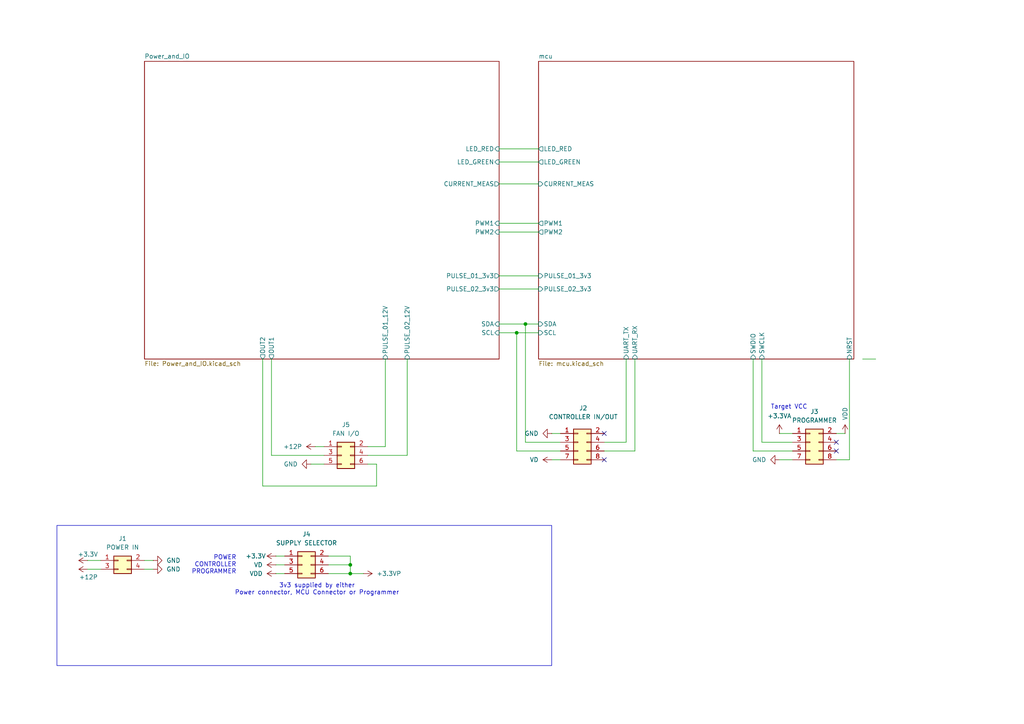
<source format=kicad_sch>
(kicad_sch (version 20231120) (generator "eeschema") (generator_version "8.0")
  (paper "A4")
  (title_block (title "Fan Controller") (date "2025-01-06") (rev "RA01"))
  (lib_symbols
    (symbol "Connector_Generic:Conn_02x02_Odd_Even" (pin_names (offset 1.016) hide)
      (property "Reference" "J" (at 1.27 2.54 0))
      (property "Value" "Conn_02x02_Odd_Even" (at 1.27 -5.08 0))
      (symbol "Conn_02x02_Odd_Even_1_1"
        (rectangle (start -1.27 -2.413) (end 0 -2.667) (stroke (width 0.1524)))
        (rectangle (start -1.27 0.127) (end 0 -0.127) (stroke (width 0.1524)))
        (rectangle (start -1.27 1.27) (end 3.81 -3.81) (stroke (width 0.254)) (fill (type background)))
        (rectangle (start 3.81 -2.413) (end 2.54 -2.667) (stroke (width 0.1524)))
        (rectangle (start 3.81 0.127) (end 2.54 -0.127) (stroke (width 0.1524)))
        (pin passive line (at -5.08 0 0) (length 3.81) (name "Pin_1") (number "1"))
        (pin passive line (at 7.62 0 180) (length 3.81) (name "Pin_2") (number "2"))
        (pin passive line (at -5.08 -2.54 0) (length 3.81) (name "Pin_3") (number "3"))
        (pin passive line (at 7.62 -2.54 180) (length 3.81) (name "Pin_4") (number "4"))
      )
    )
    (symbol "Connector_Generic:Conn_02x03_Odd_Even" (pin_names (offset 1.016) hide)
      (property "Reference" "J" (at 1.27 5.08 0))
      (property "Value" "Conn_02x03_Odd_Even" (at 1.27 -5.08 0))
      (symbol "Conn_02x03_Odd_Even_1_1"
        (rectangle (start -1.27 -2.413) (end 0 -2.667) (stroke (width 0.1524)))
        (rectangle (start -1.27 0.127) (end 0 -0.127) (stroke (width 0.1524)))
        (rectangle (start -1.27 2.667) (end 0 2.413) (stroke (width 0.1524)))
        (rectangle (start -1.27 3.81) (end 3.81 -3.81) (stroke (width 0.254)) (fill (type background)))
        (rectangle (start 3.81 -2.413) (end 2.54 -2.667) (stroke (width 0.1524)))
        (rectangle (start 3.81 0.127) (end 2.54 -0.127) (stroke (width 0.1524)))
        (rectangle (start 3.81 2.667) (end 2.54 2.413) (stroke (width 0.1524)))
        (pin passive line (at -5.08 2.54 0) (length 3.81) (name "Pin_1") (number "1"))
        (pin passive line (at 7.62 2.54 180) (length 3.81) (name "Pin_2") (number "2"))
        (pin passive line (at -5.08 0 0) (length 3.81) (name "Pin_3") (number "3"))
        (pin passive line (at 7.62 0 180) (length 3.81) (name "Pin_4") (number "4"))
        (pin passive line (at -5.08 -2.54 0) (length 3.81) (name "Pin_5") (number "5"))
        (pin passive line (at 7.62 -2.54 180) (length 3.81) (name "Pin_6") (number "6"))
      )
    )
    (symbol "Connector_Generic:Conn_02x04_Odd_Even" (pin_names (offset 1.016) hide)
      (property "Reference" "J" (at 1.27 5.08 0))
      (property "Value" "Conn_02x04_Odd_Even" (at 1.27 -7.62 0))
      (symbol "Conn_02x04_Odd_Even_1_1"
        (rectangle (start -1.27 -4.953) (end 0 -5.207) (stroke (width 0.1524)))
        (rectangle (start -1.27 -2.413) (end 0 -2.667) (stroke (width 0.1524)))
        (rectangle (start -1.27 0.127) (end 0 -0.127) (stroke (width 0.1524)))
        (rectangle (start -1.27 2.667) (end 0 2.413) (stroke (width 0.1524)))
        (rectangle (start -1.27 3.81) (end 3.81 -6.35) (stroke (width 0.254)) (fill (type background)))
        (rectangle (start 3.81 -4.953) (end 2.54 -5.207) (stroke (width 0.1524)))
        (rectangle (start 3.81 -2.413) (end 2.54 -2.667) (stroke (width 0.1524)))
        (rectangle (start 3.81 0.127) (end 2.54 -0.127) (stroke (width 0.1524)))
        (rectangle (start 3.81 2.667) (end 2.54 2.413) (stroke (width 0.1524)))
        (pin passive line (at -5.08 2.54 0) (length 3.81) (name "Pin_1") (number "1"))
        (pin passive line (at 7.62 2.54 180) (length 3.81) (name "Pin_2") (number "2"))
        (pin passive line (at -5.08 0 0) (length 3.81) (name "Pin_3") (number "3"))
        (pin passive line (at 7.62 0 180) (length 3.81) (name "Pin_4") (number "4"))
        (pin passive line (at -5.08 -2.54 0) (length 3.81) (name "Pin_5") (number "5"))
        (pin passive line (at 7.62 -2.54 180) (length 3.81) (name "Pin_6") (number "6"))
        (pin passive line (at -5.08 -5.08 0) (length 3.81) (name "Pin_7") (number "7"))
        (pin passive line (at 7.62 -5.08 180) (length 3.81) (name "Pin_8") (number "8"))
      )
    )
    (symbol "power:+12P" (power) (pin_numbers hide) (pin_names (offset 0) hide)
      (property "Value" "+12P" (at 0 3.556 0))
      (symbol "+12P_0_1"
        (polyline (pts (xy -0.762 1.27) (xy 0 2.54)))
        (polyline (pts (xy 0 0) (xy 0 2.54)))
        (polyline (pts (xy 0 2.54) (xy 0.762 1.27)))
      )
      (symbol "+12P_1_1"
        (pin power_in line (at 0 0 90) (length 0) (name "~") (number "1"))
      )
    )
    (symbol "power:+12V" (power) (pin_numbers hide) (pin_names (offset 0) hide)
      (property "Value" "+12V" (at 0 3.556 0))
      (symbol "+12V_0_1"
        (polyline (pts (xy -0.762 1.27) (xy 0 2.54)))
        (polyline (pts (xy 0 0) (xy 0 2.54)))
        (polyline (pts (xy 0 2.54) (xy 0.762 1.27)))
      )
      (symbol "+12V_1_1"
        (pin power_in line (at 0 0 90) (length 0) (name "~") (number "1"))
      )
    )
    (symbol "power:+3.3V" (power) (pin_numbers hide) (pin_names (offset 0) hide)
      (property "Value" "+3.3V" (at 0 3.556 0))
      (symbol "+3.3V_0_1"
        (polyline (pts (xy -0.762 1.27) (xy 0 2.54)))
        (polyline (pts (xy 0 0) (xy 0 2.54)))
        (polyline (pts (xy 0 2.54) (xy 0.762 1.27)))
      )
      (symbol "+3.3V_1_1"
        (pin power_in line (at 0 0 90) (length 0) (name "~") (number "1"))
      )
    )
    (symbol "power:+3.3VA" (power) (pin_numbers hide) (pin_names (offset 0) hide)
      (property "Value" "+3.3VA" (at 0 3.556 0))
      (symbol "+3.3VA_0_1"
        (polyline (pts (xy -0.762 1.27) (xy 0 2.54)))
        (polyline (pts (xy 0 0) (xy 0 2.54)))
        (polyline (pts (xy 0 2.54) (xy 0.762 1.27)))
      )
      (symbol "+3.3VA_1_1"
        (pin power_in line (at 0 0 90) (length 0) (name "~") (number "1"))
      )
    )
    (symbol "power:+3.3VP" (power) (pin_numbers hide) (pin_names (offset 0) hide)
      (property "Value" "+3.3VP" (at 0 3.556 0))
      (symbol "+3.3VP_0_0"
        (pin power_in line (at 0 0 90) (length 0) (name "~") (number "1"))
      )
      (symbol "+3.3VP_0_1"
        (polyline (pts (xy -0.762 1.27) (xy 0 2.54)))
        (polyline (pts (xy 0 0) (xy 0 2.54)))
        (polyline (pts (xy 0 2.54) (xy 0.762 1.27)))
      )
    )
    (symbol "power:GND" (power) (pin_numbers hide) (pin_names (offset 0) hide)
      (property "Value" "GND" (at 0 -3.81 0))
      (symbol "GND_0_1"
        (polyline (pts (xy 0 0) (xy 0 -1.27) (xy 1.27 -1.27) (xy 0 -2.54) (xy -1.27 -1.27) (xy 0 -1.27)))
      )
      (symbol "GND_1_1"
        (pin power_in line (at 0 0 270) (length 0) (name "~") (number "1"))
      )
    )
    (symbol "power:VD" (power) (pin_numbers hide) (pin_names (offset 0) hide)
      (property "Value" "VD" (at 0 3.556 0))
      (symbol "VD_0_1"
        (polyline (pts (xy -0.762 1.27) (xy 0 2.54)))
        (polyline (pts (xy 0 0) (xy 0 2.54)))
        (polyline (pts (xy 0 2.54) (xy 0.762 1.27)))
      )
      (symbol "VD_1_1"
        (pin power_in line (at 0 0 90) (length 0) (name "~") (number "1"))
      )
    )
    (symbol "power:VDD" (power) (pin_numbers hide) (pin_names (offset 0) hide)
      (property "Value" "VDD" (at 0 3.556 0))
      (symbol "VDD_0_1"
        (polyline (pts (xy -0.762 1.27) (xy 0 2.54)))
        (polyline (pts (xy 0 0) (xy 0 2.54)))
        (polyline (pts (xy 0 2.54) (xy 0.762 1.27)))
      )
      (symbol "VDD_1_1"
        (pin power_in line (at 0 0 90) (length 0) (name "~") (number "1"))
      )
    )
  )
  (junction (at 152.4 93.98))
  (junction (at 149.86 96.52))
  (junction (at 101.6 163.83))
  (junction (at 101.6 166.37))
  (no_connect (at 242.57 128.27))
  (no_connect (at 175.26 133.35))
  (no_connect (at 175.26 125.73))
  (no_connect (at 242.57 130.81))
  (wire (pts (xy 144.78 67.31) (xy 156.21 67.31)))
  (wire (pts (xy 111.76 129.54) (xy 106.68 129.54)))
  (wire (pts (xy 41.91 165.1) (xy 44.45 165.1)))
  (wire (pts (xy 106.68 132.08) (xy 118.11 132.08)))
  (wire (pts (xy 90.17 134.62) (xy 93.98 134.62)))
  (wire (pts (xy 109.22 140.97) (xy 76.2 140.97)))
  (wire (pts (xy 78.74 104.14) (xy 78.74 132.08)))
  (wire (pts (xy 175.26 130.81) (xy 184.15 130.81)))
  (wire (pts (xy 220.98 128.27) (xy 220.98 104.14)))
  (wire (pts (xy 184.15 130.81) (xy 184.15 104.14)))
  (wire (pts (xy 218.44 130.81) (xy 218.44 104.14)))
  (wire (pts (xy 25.4 162.56) (xy 29.21 162.56)))
  (wire (pts (xy 175.26 128.27) (xy 181.61 128.27)))
  (wire (pts (xy 160.02 133.35) (xy 162.56 133.35)))
  (wire (pts (xy 152.4 93.98) (xy 152.4 128.27)))
  (wire (pts (xy 106.68 134.62) (xy 109.22 134.62)))
  (wire (pts (xy 80.01 163.83) (xy 82.55 163.83)))
  (wire (pts (xy 144.78 96.52) (xy 149.86 96.52)))
  (wire (pts (xy 101.6 161.29) (xy 101.6 163.83)))
  (wire (pts (xy 181.61 128.27) (xy 181.61 104.14)))
  (wire (pts (xy 95.25 166.37) (xy 101.6 166.37)))
  (wire (pts (xy 95.25 163.83) (xy 101.6 163.83)))
  (wire (pts (xy 242.57 125.73) (xy 245.11 125.73)))
  (wire (pts (xy 152.4 128.27) (xy 162.56 128.27)))
  (wire (pts (xy 144.78 80.01) (xy 156.21 80.01)))
  (wire (pts (xy 25.4 165.1) (xy 29.21 165.1)))
  (wire (pts (xy 76.2 104.14) (xy 76.2 140.97)))
  (wire (pts (xy 160.02 125.73) (xy 162.56 125.73)))
  (wire (pts (xy 149.86 130.81) (xy 162.56 130.81)))
  (wire (pts (xy 80.01 166.37) (xy 82.55 166.37)))
  (wire (pts (xy 95.25 161.29) (xy 101.6 161.29)))
  (wire (pts (xy 144.78 53.34) (xy 156.21 53.34)))
  (wire (pts (xy 149.86 96.52) (xy 156.21 96.52)))
  (wire (pts (xy 144.78 64.77) (xy 156.21 64.77)))
  (wire (pts (xy 152.4 93.98) (xy 156.21 93.98)))
  (wire (pts (xy 78.74 132.08) (xy 93.98 132.08)))
  (wire (pts (xy 246.38 133.35) (xy 242.57 133.35)))
  (wire (pts (xy 111.76 104.14) (xy 111.76 129.54)))
  (wire (pts (xy 144.78 93.98) (xy 152.4 93.98)))
  (wire (pts (xy 109.22 134.62) (xy 109.22 140.97)))
  (wire (pts (xy 41.91 162.56) (xy 44.45 162.56)))
  (wire (pts (xy 118.11 132.08) (xy 118.11 104.14)))
  (wire (pts (xy 250.19 104.14) (xy 254 104.14)))
  (wire (pts (xy 105.41 166.37) (xy 101.6 166.37)))
  (wire (pts (xy 144.78 46.99) (xy 156.21 46.99)))
  (wire (pts (xy 220.98 128.27) (xy 229.87 128.27)))
  (wire (pts (xy 226.06 133.35) (xy 229.87 133.35)))
  (wire (pts (xy 226.06 125.73) (xy 229.87 125.73)))
  (wire (pts (xy 149.86 96.52) (xy 149.86 130.81)))
  (wire (pts (xy 101.6 166.37) (xy 101.6 163.83)))
  (wire (pts (xy 82.55 161.29) (xy 80.01 161.29)))
  (wire (pts (xy 144.78 43.18) (xy 156.21 43.18)))
  (wire (pts (xy 246.38 104.14) (xy 246.38 133.35)))
  (wire (pts (xy 91.44 129.54) (xy 93.98 129.54)))
  (wire (pts (xy 218.44 130.81) (xy 229.87 130.81)))
  (wire (pts (xy 144.78 83.82) (xy 156.21 83.82)))
  (rectangle (start 16.51 152.4) (end 160.02 193.04))
  (text "3v3 supplied by either\nPower connector, MCU Connector or Programmer\n" (at 91.948 170.942 0) (effects (font (size 1.27 1.27))))
  (text "Target VCC" (at 228.854 118.11 0) (effects (font (size 1.27 1.27))))
  (text "POWER\nCONTROLLER\nPROGRAMMER" (at 68.58 163.83 0) (effects (font (size 1.27 1.27)) (justify right)))
  (symbol (lib_id "Connector_Generic:Conn_02x03_Odd_Even") (at 99.06 132.08 0) (unit 1)
    (property "Reference" "J5" (at 100.33 123.19 0))
    (property "Value" "FAN I/O" (at 100.33 125.73 0))
    (property "Footprint" "Connector_PinHeader_2.54mm:PinHeader_2x03_P2.54mm_Horizontal" (effects (hide yes)))
    (property "Description" "Generic connector, double row, 02x03, odd/even pin numbering scheme (row 1 odd numbers, row 2 even numbers), script generated (kicad-library-utils/schlib/autogen/connector/)" (effects (hide yes)))
  )
  (symbol (lib_id "Connector_Generic:Conn_02x04_Odd_Even") (at 234.95 128.27 0) (unit 1)
    (property "Reference" "J3" (at 236.22 119.38 0))
    (property "Value" "PROGRAMMER" (at 236.22 121.92 0))
    (property "Footprint" "Connector_PinHeader_2.54mm:PinHeader_2x04_P2.54mm_Vertical" (effects (hide yes)))
    (property "Description" "Generic connector, double row, 02x04, odd/even pin numbering scheme (row 1 odd numbers, row 2 even numbers), script generated (kicad-library-utils/schlib/autogen/connector/)" (effects (hide yes)))
  )
  (symbol (lib_id "power:VDD") (at 245.11 125.73 0) (unit 1)
    (property "Reference" "#PWR039" (effects (hide yes)))
    (property "Value" "VDD" (at 245.1099 121.92 90) (effects (justify left)))
    (property "Description" "Power symbol creates a global label with name \"VDD\"" (effects (hide yes)))
  )
  (symbol (lib_id "power:VD") (at 80.01 163.83 90) (unit 1)
    (property "Reference" "#PWR036" (effects (hide yes)))
    (property "Value" "VD" (at 76.2 163.8299 90) (effects (justify left)))
    (property "Description" "Power symbol creates a global label with name \"VD\"" (effects (hide yes)))
  )
  (symbol (lib_id "power:+12P") (at 91.44 129.54 90) (unit 1)
    (property "Reference" "#PWR034" (effects (hide yes)))
    (property "Value" "+12P" (at 87.63 129.5399 90) (effects (justify left)))
    (property "Description" "Power symbol creates a global label with name \"+12P\"" (effects (hide yes)))
  )
  (symbol (lib_id "power:+3.3V") (at 25.4 162.56 90) (unit 1)
    (property "Reference" "#PWR021" (effects (hide yes)))
    (property "Value" "+3.3V" (at 28.448 160.782 90) (effects (justify left)))
    (property "Description" "Power symbol creates a global label with name \"+3.3V\"" (effects (hide yes)))
  )
  (symbol (lib_id "power:GND") (at 160.02 125.73 270) (unit 1)
    (property "Reference" "#PWR04" (effects (hide yes)))
    (property "Value" "GND" (at 156.21 125.7299 90) (effects (justify right)))
    (property "Description" "Power symbol creates a global label with name \"GND\" , ground" (effects (hide yes)))
  )
  (symbol (lib_id "power:VDD") (at 80.01 166.37 90) (unit 1)
    (property "Reference" "#PWR037" (effects (hide yes)))
    (property "Value" "VDD" (at 76.2 166.3699 90) (effects (justify left)))
    (property "Description" "Power symbol creates a global label with name \"VDD\"" (effects (hide yes)))
  )
  (symbol (lib_id "power:GND") (at 44.45 162.56 90) (unit 1)
    (property "Reference" "#PWR016" (effects (hide yes)))
    (property "Value" "GND" (at 48.26 162.5599 90) (effects (justify right)))
    (property "Description" "Power symbol creates a global label with name \"GND\" , ground" (effects (hide yes)))
  )
  (symbol (lib_id "power:GND") (at 44.45 165.1 90) (unit 1)
    (property "Reference" "#PWR015" (effects (hide yes)))
    (property "Value" "GND" (at 48.26 165.0999 90) (effects (justify right)))
    (property "Description" "Power symbol creates a global label with name \"GND\" , ground" (effects (hide yes)))
  )
  (symbol (lib_id "power:+3.3VP") (at 105.41 166.37 270) (unit 1)
    (property "Reference" "#PWR03" (effects (hide yes)))
    (property "Value" "+3.3VP" (at 109.22 166.3699 90) (effects (justify left)))
    (property "Description" "Power symbol creates a global label with name \"+3.3VP\"" (effects (hide yes)))
  )
  (symbol (lib_id "power:+3.3V") (at 80.01 161.29 90) (unit 1)
    (property "Reference" "#PWR013" (effects (hide yes)))
    (property "Value" "+3.3V" (at 74.168 161.29 90))
    (property "Description" "Power symbol creates a global label with name \"+3.3V\"" (effects (hide yes)))
  )
  (symbol (lib_id "power:GND") (at 90.17 134.62 270) (unit 1)
    (property "Reference" "#PWR011" (effects (hide yes)))
    (property "Value" "GND" (at 86.36 134.6199 90) (effects (justify right)))
    (property "Description" "Power symbol creates a global label with name \"GND\" , ground" (effects (hide yes)))
  )
  (symbol (lib_id "Connector_Generic:Conn_02x02_Odd_Even") (at 34.29 162.56 0) (unit 1)
    (property "Reference" "J1" (at 35.56 156.21 0))
    (property "Value" "POWER IN" (at 35.56 158.75 0))
    (property "Footprint" "Connector_PinHeader_2.54mm:PinHeader_2x02_P2.54mm_Horizontal" (effects (hide yes)))
    (property "Description" "Generic connector, double row, 02x02, odd/even pin numbering scheme (row 1 odd numbers, row 2 even numbers), script generated (kicad-library-utils/schlib/autogen/connector/)" (effects (hide yes)))
  )
  (symbol (lib_id "Connector_Generic:Conn_02x04_Odd_Even") (at 167.64 128.27 0) (unit 1)
    (property "Reference" "J2" (at 169.164 118.364 0))
    (property "Value" "CONTROLLER IN/OUT" (at 169.164 120.904 0))
    (property "Footprint" "Connector_PinHeader_2.54mm:PinHeader_2x04_P2.54mm_Horizontal" (effects (hide yes)))
    (property "Description" "Generic connector, double row, 02x04, odd/even pin numbering scheme (row 1 odd numbers, row 2 even numbers), script generated (kicad-library-utils/schlib/autogen/connector/)" (effects (hide yes)))
  )
  (symbol (lib_id "power:+12V") (at 25.4 165.1 90) (unit 1)
    (property "Reference" "#PWR038" (effects (hide yes)))
    (property "Value" "+12P" (at 25.654 167.386 90))
    (property "Description" "Power symbol creates a global label with name \"+12V\"" (effects (hide yes)))
  )
  (symbol (lib_id "power:VD") (at 160.02 133.35 90) (unit 1)
    (property "Reference" "#PWR023" (effects (hide yes)))
    (property "Value" "VD" (at 156.21 133.3499 90) (effects (justify left)))
    (property "Description" "Power symbol creates a global label with name \"VD\"" (effects (hide yes)))
  )
  (symbol (lib_id "power:GND") (at 226.06 133.35 270) (unit 1)
    (property "Reference" "#PWR026" (effects (hide yes)))
    (property "Value" "GND" (at 222.25 133.3499 90) (effects (justify right)))
    (property "Description" "Power symbol creates a global label with name \"GND\" , ground" (effects (hide yes)))
  )
  (symbol (lib_id "power:+3.3VA") (at 226.06 125.73 0) (unit 1)
    (property "Reference" "#PWR025" (effects (hide yes)))
    (property "Value" "+3.3VA" (at 226.06 120.65 0))
    (property "Description" "Power symbol creates a global label with name \"+3.3VA\"" (effects (hide yes)))
  )
  (symbol (lib_id "Connector_Generic:Conn_02x03_Odd_Even") (at 87.63 163.83 0) (unit 1)
    (property "Reference" "J4" (at 88.9 154.94 0))
    (property "Value" "SUPPLY SELECTOR" (at 88.9 157.48 0))
    (property "Footprint" "Connector_PinHeader_2.54mm:PinHeader_2x03_P2.54mm_Vertical" (effects (hide yes)))
    (property "Description" "Generic connector, double row, 02x03, odd/even pin numbering scheme (row 1 odd numbers, row 2 even numbers), script generated (kicad-library-utils/schlib/autogen/connector/)" (effects (hide yes)))
  )
  (sheet (at 156.21 17.78) (size 91.44 86.36) (stroke (width 0.1524))
    (property "Sheetname" "mcu" (at 156.21 17.0684 0) (effects (justify left bottom)))
    (property "Sheetfile" "mcu.kicad_sch" (at 156.21 104.7246 0) (effects (justify left top)))
    (pin "CURRENT_MEAS" input (at 156.21 53.34 180))
    (pin "LED_RED" output (at 156.21 43.18 180))
    (pin "LED_GREEN" output (at 156.21 46.99 180))
    (pin "PULSE_02_3v3" input (at 156.21 83.82 180))
    (pin "PULSE_01_3v3" input (at 156.21 80.01 180))
    (pin "SDA" input (at 156.21 93.98 180))
    (pin "SWDIO" input (at 218.44 104.14 270))
    (pin "SCL" input (at 156.21 96.52 180))
    (pin "SWCLK" input (at 220.98 104.14 270))
    (pin "UART_TX" input (at 181.61 104.14 270))
    (pin "UART_RX" input (at 184.15 104.14 270))
    (pin "PWM2" output (at 156.21 67.31 180))
    (pin "PWM1" output (at 156.21 64.77 180))
    (pin "NRST" input (at 246.38 104.14 270))
  )
  (sheet (at 41.91 17.78) (size 102.87 86.36) (stroke (width 0.1524))
    (property "Sheetname" "Power_and_IO" (at 41.91 17.0684 0) (effects (justify left bottom)))
    (property "Sheetfile" "Power_and_IO.kicad_sch" (at 41.91 104.7246 0) (effects (justify left top)))
    (pin "PULSE_02_3v3" output (at 144.78 83.82 0))
    (pin "PULSE_01_12V" input (at 111.76 104.14 270))
    (pin "PULSE_02_12V" input (at 118.11 104.14 270))
    (pin "PULSE_01_3v3" output (at 144.78 80.01 0))
    (pin "LED_RED" input (at 144.78 43.18 0))
    (pin "LED_GREEN" input (at 144.78 46.99 0))
    (pin "SDA" input (at 144.78 93.98 0))
    (pin "SCL" input (at 144.78 96.52 0))
    (pin "CURRENT_MEAS" output (at 144.78 53.34 0))
    (pin "PWM2" input (at 144.78 67.31 0))
    (pin "PWM1" input (at 144.78 64.77 0))
    (pin "OUT2" output (at 76.2 104.14 270))
    (pin "OUT1" output (at 78.74 104.14 270))
  )
)
</source>
